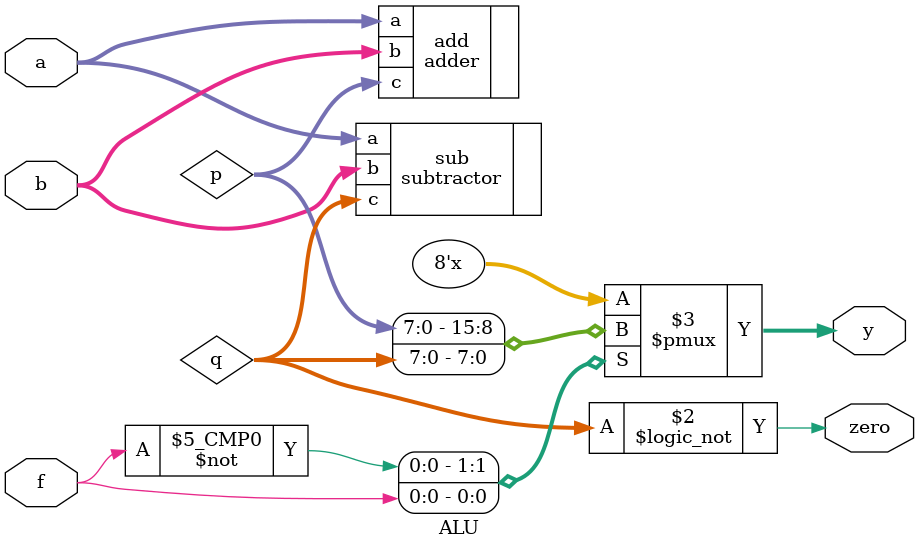
<source format=sv>
`timescale 1ns / 1ps

module ALU (
    input logic [7:0] a,
    input logic [7:0] b,
    input logic f,
    output logic [7:0] y,
    output logic zero
);

  logic [7:0] p, q;

  adder add (
      .a(a),
      .b(b),
      .c(p)
  );

  subtractor sub (
      .a(a),
      .b(b),
      .c(q)
  );

  always_comb
    case (f)
      0: y = p;  // add
      1: y = q;  // subtract
      default: y = {8{1'bx}};
    endcase

  assign zero = (q == 0);

endmodule

</source>
